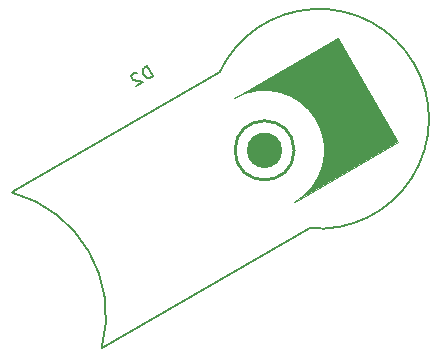
<source format=gbr>
G04 --- HEADER BEGIN --- *
G04 #@! TF.GenerationSoftware,LibrePCB,LibrePCB,0.1.2*
G04 #@! TF.CreationDate,2019-01-02T03:04:05*
G04 #@! TF.ProjectId,test_project,7c04f9d5-7366-4c4b-9e17-852ed57b3966,v1*
G04 #@! TF.Part,Single*
G04 #@! TF.SameCoordinates*
G04 #@! TF.FileFunction,Legend,Bot*
G04 #@! TF.FilePolarity,Positive*
%FSLAX66Y66*%
%MOMM*%
G01*
G75*
G04 --- HEADER END --- *
G04 --- APERTURE LIST BEGIN --- *
%ADD10C,0.2*%
%ADD11C,0.0*%
%ADD12C,0.01*%
%ADD13C,0.254*%
%AMROTATEDOBROUND14*1,1,1.47,0.110267,-0.625353*1,1,1.47,-0.110267,0.625353*20,1,1.47,0.110267,-0.625353,-0.110267,0.625353,0*%
%ADD14ROTATEDOBROUND14*%
%AMROUNDEDRECT15*20,1,1.47,-1.27,0.0,1.27,0.0,120.0*20,1,1.27,-1.37,0.0,1.37,0.0,120.0*1,1,0.2,0.085074,-1.417352*1,1,0.2,-1.184926,0.782352*1,1,0.2,-0.085074,1.417352*1,1,0.2,1.184926,-0.782352*%
%ADD15ROUNDEDRECT15*%
%AMROUNDEDOCTAGON16*4,1,16,1.1,0.207107,1.070711,0.277818,0.777818,0.570711,0.707107,0.6,-0.707107,0.6,-0.777818,0.570711,-1.070711,0.277818,-1.1,0.207107,-1.1,-0.207107,-1.070711,-0.277818,-0.777818,-0.570711,-0.707107,-0.6,0.707107,-0.6,0.777818,-0.570711,1.070711,-0.277818,1.1,-0.207107,1.1,0.207107,100.0*1,1,0.2,-0.615192,0.60954*1,1,0.2,-0.369616,-0.783189*1,1,0.2,-0.030312,-1.020772*1,1,0.2,0.377609,-0.948844*1,1,0.2,0.615192,-0.60954*1,1,0.2,0.369616,0.783189*1,1,0.2,0.030312,1.020772*1,1,0.2,-0.377609,0.948844*%
%ADD16ROUNDEDOCTAGON16*%
%AMROUNDEDRECT17*20,1,1.2,-1.0,0.0,1.0,0.0,120.0*20,1,1.0,-1.1,0.0,1.1,0.0,120.0*1,1,0.2,0.066987,-1.116025*1,1,0.2,-0.933013,0.616025*1,1,0.2,-0.066987,1.116025*1,1,0.2,0.933013,-0.616025*%
%ADD17ROUNDEDRECT17*%
%AMROTATEDOBROUND18*1,1,1.47,0.3175,-0.549926*1,1,1.47,-0.3175,0.549926*20,1,1.47,0.3175,-0.549926,-0.3175,0.549926,0*%
%ADD18ROTATEDOBROUND18*%
%AMROUNDEDOCTAGON19*4,1,16,1.6,0.414214,1.570711,0.484925,0.984925,1.070711,0.914214,1.1,-0.914214,1.1,-0.984925,1.070711,-1.570711,0.484925,-1.6,0.414214,-1.6,-0.414214,-1.570711,-0.484925,-0.984925,-1.070711,-0.914214,-1.1,0.914214,-1.1,0.984925,-1.070711,1.570711,-0.484925,1.6,-0.414214,1.6,0.414214,50.0*1,1,0.2,-0.178399,1.343116*1,1,0.2,-1.35369,-0.057541*1,1,0.2,-1.281488,-0.882815*1,1,0.2,-0.646875,-1.415318*1,1,0.2,0.178399,-1.343116*1,1,0.2,1.35369,0.057541*1,1,0.2,1.281488,0.882815*1,1,0.2,0.646875,1.415318*%
%ADD19ROUNDEDOCTAGON19*%
%AMROTATEDOBROUND20*1,1,1.2,-0.433013,-0.25*1,1,1.2,0.433013,0.25*20,1,1.2,-0.433013,-0.25,0.433013,0.25,0*%
%ADD20ROTATEDOBROUND20*%
%AMROTATEDOBROUND21*1,1,1.47,-0.596705,-0.217183*1,1,1.47,0.596705,0.217183*20,1,1.47,-0.596705,-0.217183,0.596705,0.217183,0*%
%ADD21ROTATEDOBROUND21*%
%AMROUNDEDRECT22*20,1,1.47,-1.27,0.0,1.27,0.0,0.0*20,1,1.27,-1.37,0.0,1.37,0.0,0.0*1,1,0.2,-1.27,0.635*1,1,0.2,1.27,0.635*1,1,0.2,1.27,-0.635*1,1,0.2,-1.27,-0.635*%
%ADD22ROUNDEDRECT22*%
%AMROUNDEDOCTAGON23*4,1,16,1.1,0.207107,1.070711,0.277818,0.777818,0.570711,0.707107,0.6,-0.707107,0.6,-0.777818,0.570711,-1.070711,0.277818,-1.1,0.207107,-1.1,-0.207107,-1.070711,-0.277818,-0.777818,-0.570711,-0.707107,-0.6,0.707107,-0.6,0.777818,-0.570711,1.070711,-0.277818,1.1,-0.207107,1.1,0.207107,20.0*1,1,0.2,0.493453,0.711691*1,1,0.2,-0.835473,0.228001*1,1,0.2,-1.010527,-0.147403*1,1,0.2,-0.868858,-0.536637*1,1,0.2,-0.493453,-0.711691*1,1,0.2,0.835473,-0.228001*1,1,0.2,1.010527,0.147403*1,1,0.2,0.868858,0.536637*%
%ADD23ROUNDEDOCTAGON23*%
%ADD24O,2.74X1.47*%
%AMROUNDEDOCTAGON25*4,1,16,1.6,0.414214,1.570711,0.484925,0.984925,1.070711,0.914214,1.1,-0.914214,1.1,-0.984925,1.070711,-1.570711,0.484925,-1.6,0.414214,-1.6,-0.414214,-1.570711,-0.484925,-0.984925,-1.070711,-0.914214,-1.1,0.914214,-1.1,0.984925,-1.070711,1.570711,-0.484925,1.6,-0.414214,1.6,0.414214,70.0*1,1,0.2,-0.627013,1.2011*1,1,0.2,-1.252372,-0.51706*1,1,0.2,-0.902264,-1.267869*1,1,0.2,-0.123796,-1.551208*1,1,0.2,0.627013,-1.2011*1,1,0.2,1.252372,0.51706*1,1,0.2,0.902264,1.267869*1,1,0.2,0.123796,1.551208*%
%ADD25ROUNDEDOCTAGON25*%
%ADD26C,2.2*%
G04 --- APERTURE LIST END --- *
G04 --- BOARD BEGIN --- *
D10*
G04 #@! TO.C,D2*
X47744137Y37820591D02*
G02*
X55364137Y24622364I-2789114J-10409113D01*
G01*
X72961773Y34782364D01*
G03*
X65341773Y47980591I810749J9266904D01*
G01*
X47744137Y37820591D01*
D11*
X66611773Y45780886D02*
G02*
X71691773Y36982068I2540000J-4399409D01*
G01*
X80490591Y42062068D01*
X75410591Y50860886D01*
X66611773Y45780886D01*
D12*
G36*
X66611773Y45780886D02*
G02*
X71691773Y36982068I2540000J-4399409D01*
G01*
X80490591Y42062068D01*
X75410591Y50860886D01*
X66611773Y45780886D01*
G37*
G36*
X70651773Y41381477D02*
G02*
X67651773Y41381477I-1500000J0D01*
G01*
G02*
X70651773Y41381477I1500000J0D01*
G01*
G37*
D13*
X71651773Y41381477D02*
G02*
X66651773Y41381477I-2500000J0D01*
G01*
G02*
X71651773Y41381477I2500000J0D01*
G01*
D10*
X59672363Y47640294D02*
X59172363Y48506319D01*
X58966441Y48387430D01*
X58866200Y48274387D01*
X58831224Y48143856D01*
X58838032Y48038731D01*
X58892211Y47849335D01*
X58963322Y47726167D01*
X59100254Y47584549D01*
X59187891Y47526091D01*
X59318422Y47491115D01*
X59466441Y47521405D01*
X59672363Y47640294D01*
X58337757Y47914121D02*
X58272491Y47931609D01*
X58166811Y47925764D01*
X57959927Y47806319D01*
X57902026Y47717720D01*
X57884538Y47652454D01*
X57890383Y47546775D01*
X57938161Y47464021D01*
X58051204Y47363780D01*
X58831356Y47154739D01*
X58295383Y46845294D01*
%LPC*%
D14*
X60012659Y41970886D03*
D15*
X55613250Y39430886D03*
D16*
X62892955Y31902068D03*
D17*
X58493546Y29362068D03*
D18*
X53413546Y38160886D03*
D19*
X57812955Y40700886D03*
D20*
X60693250Y30632068D03*
D21*
G04 #@! TO.C,D1*
X-620000Y39140000D03*
D22*
X-620000Y34060000D03*
D23*
X-10780000Y39140000D03*
D24*
X-620000Y31520000D03*
D25*
X-620000Y36600000D03*
D26*
G04 #@! TD*
X16000000Y46000000D03*
X20000000Y46000000D03*
X12000000Y46000000D03*
G04 --- BOARD END --- *

M02*

</source>
